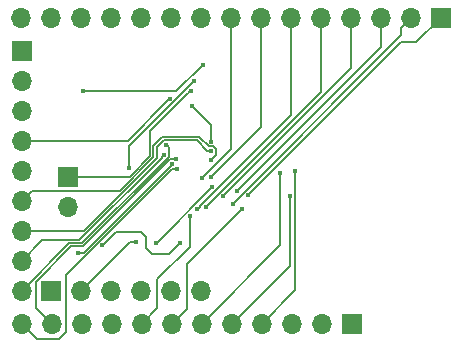
<source format=gbl>
G04 #@! TF.GenerationSoftware,KiCad,Pcbnew,5.0.1-33cea8e~68~ubuntu14.04.1*
G04 #@! TF.CreationDate,2018-11-10T00:36:54-08:00*
G04 #@! TF.ProjectId,sram-addon,7372616D2D6164646F6E2E6B69636164,rev?*
G04 #@! TF.SameCoordinates,Original*
G04 #@! TF.FileFunction,Copper,L2,Bot,Signal*
G04 #@! TF.FilePolarity,Positive*
%FSLAX46Y46*%
G04 Gerber Fmt 4.6, Leading zero omitted, Abs format (unit mm)*
G04 Created by KiCad (PCBNEW 5.0.1-33cea8e~68~ubuntu14.04.1) date Sat 10 Nov 2018 12:36:54 AM PST*
%MOMM*%
%LPD*%
G01*
G04 APERTURE LIST*
G04 #@! TA.AperFunction,ComponentPad*
%ADD10R,1.700000X1.700000*%
G04 #@! TD*
G04 #@! TA.AperFunction,ComponentPad*
%ADD11O,1.700000X1.700000*%
G04 #@! TD*
G04 #@! TA.AperFunction,ViaPad*
%ADD12C,0.400000*%
G04 #@! TD*
G04 #@! TA.AperFunction,Conductor*
%ADD13C,0.127000*%
G04 #@! TD*
G04 APERTURE END LIST*
D10*
G04 #@! TO.P,J7,1*
G04 #@! TO.N,d15*
X109350000Y-78000000D03*
D11*
G04 #@! TO.P,J7,2*
G04 #@! TO.N,d16*
X109350000Y-80540000D03*
G04 #@! TO.P,J7,3*
X109350000Y-83080000D03*
G04 #@! TO.P,J7,4*
G04 #@! TO.N,a17*
X109350000Y-85620000D03*
G04 #@! TO.P,J7,5*
G04 #@! TO.N,a16*
X109350000Y-88160000D03*
G04 #@! TO.P,J7,6*
G04 #@! TO.N,a15*
X109350000Y-90700000D03*
G04 #@! TO.P,J7,7*
G04 #@! TO.N,a14*
X109350000Y-93240000D03*
G04 #@! TO.P,J7,8*
G04 #@! TO.N,a13*
X109350000Y-95780000D03*
G04 #@! TO.P,J7,9*
G04 #@! TO.N,a12*
X109350000Y-98320000D03*
G04 #@! TD*
D10*
G04 #@! TO.P,J12,1*
G04 #@! TO.N,d0*
X144860000Y-75200000D03*
D11*
G04 #@! TO.P,J12,2*
G04 #@! TO.N,d1*
X142320000Y-75200000D03*
G04 #@! TO.P,J12,3*
G04 #@! TO.N,d2*
X139780000Y-75200000D03*
G04 #@! TO.P,J12,4*
G04 #@! TO.N,d3*
X137240000Y-75200000D03*
G04 #@! TO.P,J12,5*
G04 #@! TO.N,d4*
X134700000Y-75200000D03*
G04 #@! TO.P,J12,6*
G04 #@! TO.N,d5*
X132160000Y-75200000D03*
G04 #@! TO.P,J12,7*
G04 #@! TO.N,d6*
X129620000Y-75200000D03*
G04 #@! TO.P,J12,8*
G04 #@! TO.N,d7*
X127080000Y-75200000D03*
G04 #@! TO.P,J12,9*
G04 #@! TO.N,d8*
X124540000Y-75200000D03*
G04 #@! TO.P,J12,10*
G04 #@! TO.N,d9*
X122000000Y-75200000D03*
G04 #@! TO.P,J12,11*
G04 #@! TO.N,d10*
X119460000Y-75200000D03*
G04 #@! TO.P,J12,12*
G04 #@! TO.N,d11*
X116920000Y-75200000D03*
G04 #@! TO.P,J12,13*
G04 #@! TO.N,d12*
X114380000Y-75200000D03*
G04 #@! TO.P,J12,14*
G04 #@! TO.N,d13*
X111840000Y-75200000D03*
G04 #@! TO.P,J12,15*
G04 #@! TO.N,d14*
X109300000Y-75200000D03*
G04 #@! TD*
D10*
G04 #@! TO.P,J10,1*
G04 #@! TO.N,a0*
X137290000Y-101100000D03*
D11*
G04 #@! TO.P,J10,2*
G04 #@! TO.N,a1*
X134750000Y-101100000D03*
G04 #@! TO.P,J10,3*
G04 #@! TO.N,a2*
X132210000Y-101100000D03*
G04 #@! TO.P,J10,4*
G04 #@! TO.N,a3*
X129670000Y-101100000D03*
G04 #@! TO.P,J10,5*
G04 #@! TO.N,a4*
X127130000Y-101100000D03*
G04 #@! TO.P,J10,6*
G04 #@! TO.N,a5*
X124590000Y-101100000D03*
G04 #@! TO.P,J10,7*
G04 #@! TO.N,a6*
X122050000Y-101100000D03*
G04 #@! TO.P,J10,8*
G04 #@! TO.N,a7*
X119510000Y-101100000D03*
G04 #@! TO.P,J10,9*
G04 #@! TO.N,a8*
X116970000Y-101100000D03*
G04 #@! TO.P,J10,10*
G04 #@! TO.N,a9*
X114430000Y-101100000D03*
G04 #@! TO.P,J10,11*
G04 #@! TO.N,a10*
X111890000Y-101100000D03*
G04 #@! TO.P,J10,12*
G04 #@! TO.N,a11*
X109350000Y-101100000D03*
G04 #@! TD*
D10*
G04 #@! TO.P,J8,1*
G04 #@! TO.N,vccC*
X111870000Y-98300000D03*
D11*
G04 #@! TO.P,J8,2*
G04 #@! TO.N,GND*
X114410000Y-98300000D03*
G04 #@! TO.P,J8,3*
G04 #@! TO.N,008.17*
X116950000Y-98300000D03*
G04 #@! TO.P,J8,4*
G04 #@! TO.N,008.5*
X119490000Y-98300000D03*
G04 #@! TO.P,J8,5*
G04 #@! TO.N,008.3*
X122030000Y-98300000D03*
G04 #@! TO.P,J8,6*
G04 #@! TO.N,008.1*
X124570000Y-98300000D03*
G04 #@! TD*
D10*
G04 #@! TO.P,J1,1*
G04 #@! TO.N,CE2*
X113284000Y-88646000D03*
D11*
G04 #@! TO.P,J1,2*
G04 #@! TO.N,vccC*
X113284000Y-91186000D03*
G04 #@! TD*
D12*
G04 #@! TO.N,GND*
X119067580Y-94208600D03*
X124689143Y-79206817D03*
X114556540Y-81440008D03*
G04 #@! TO.N,a17*
X121897140Y-82042002D03*
G04 #@! TO.N,a16*
X114112040Y-95089980D03*
X122072277Y-87622277D03*
G04 #@! TO.N,a15*
X125355820Y-87258442D03*
G04 #@! TO.N,a14*
X125367000Y-86474019D03*
G04 #@! TO.N,a13*
X121397039Y-86808083D03*
G04 #@! TO.N,a12*
X121599543Y-85964792D03*
G04 #@! TO.N,a11*
X122509280Y-88031320D03*
G04 #@! TO.N,a10*
X122387040Y-87199588D03*
G04 #@! TO.N,a7*
X123609643Y-91976483D03*
G04 #@! TO.N,a6*
X128018540Y-91358720D03*
G04 #@! TO.N,a5*
X131244340Y-88318340D03*
G04 #@! TO.N,a4*
X132046980Y-90309702D03*
G04 #@! TO.N,a3*
X132509260Y-88140540D03*
G04 #@! TO.N,d0*
X128546133Y-90192133D03*
G04 #@! TO.N,d1*
X127215900Y-90932000D03*
G04 #@! TO.N,d2*
X127625490Y-89836073D03*
G04 #@! TO.N,d3*
X126402803Y-90334803D03*
G04 #@! TO.N,d4*
X124968000Y-91186000D03*
G04 #@! TO.N,d5*
X124214596Y-91399238D03*
G04 #@! TO.N,d6*
X125385989Y-88687405D03*
G04 #@! TO.N,d7*
X124599023Y-88765798D03*
G04 #@! TO.N,d13*
X125375754Y-85680975D03*
X123804423Y-82697577D03*
G04 #@! TO.N,vss*
X120701000Y-94234000D03*
X125460217Y-89575097D03*
X118404640Y-87894158D03*
X123918881Y-80551617D03*
G04 #@! TO.N,CE2*
X122748040Y-94315280D03*
X116192895Y-94480380D03*
X123648555Y-81411500D03*
G04 #@! TD*
D13*
G04 #@! TO.N,GND*
X118501400Y-94208600D02*
X114410000Y-98300000D01*
X119067580Y-94208600D02*
X118501400Y-94208600D01*
X124689143Y-79206817D02*
X122455952Y-81440008D01*
X114839382Y-81440008D02*
X114556540Y-81440008D01*
X122455952Y-81440008D02*
X114839382Y-81440008D01*
G04 #@! TO.N,a17*
X121697141Y-82242001D02*
X121897140Y-82042002D01*
X118319142Y-85620000D02*
X121697141Y-82242001D01*
X109350000Y-85620000D02*
X118319142Y-85620000D01*
G04 #@! TO.N,a16*
X114604574Y-95089980D02*
X121872278Y-87822276D01*
X121872278Y-87822276D02*
X122072277Y-87622277D01*
X114112040Y-95089980D02*
X114604574Y-95089980D01*
G04 #@! TO.N,a15*
X125555819Y-87058443D02*
X125355820Y-87258442D01*
X109350000Y-90700000D02*
X110199999Y-89850001D01*
X125778260Y-86288880D02*
X125778260Y-86836002D01*
X110199999Y-89850001D02*
X117637428Y-89850001D01*
X117637428Y-89850001D02*
X120507771Y-86979658D01*
X120507771Y-86979658D02*
X120507771Y-86029880D01*
X120507771Y-86029880D02*
X121239371Y-85298280D01*
X125778260Y-86836002D02*
X125555819Y-87058443D01*
X121239371Y-85298280D02*
X124390849Y-85298280D01*
X124390849Y-85298280D02*
X125171806Y-86079237D01*
X125568617Y-86079237D02*
X125778260Y-86288880D01*
X125171806Y-86079237D02*
X125568617Y-86079237D01*
G04 #@! TO.N,a14*
X125084158Y-86474019D02*
X125367000Y-86474019D01*
X120807480Y-87039174D02*
X120807480Y-86178911D01*
X120807480Y-86178911D02*
X121412101Y-85574290D01*
X124184429Y-85574290D02*
X125084158Y-86474019D01*
X109350000Y-93240000D02*
X114606654Y-93240000D01*
X114606654Y-93240000D02*
X120807480Y-87039174D01*
X121412101Y-85574290D02*
X124184429Y-85574290D01*
G04 #@! TO.N,a13*
X109350000Y-95780000D02*
X111070623Y-94059377D01*
X114179007Y-94059377D02*
X121197040Y-87041344D01*
X121197040Y-87041344D02*
X121197040Y-87008082D01*
X111070623Y-94059377D02*
X114179007Y-94059377D01*
X121197040Y-87008082D02*
X121397039Y-86808083D01*
G04 #@! TO.N,a12*
X114443999Y-94313388D02*
X121799542Y-86957845D01*
X121799542Y-86957845D02*
X121799542Y-86164791D01*
X113356612Y-94313388D02*
X114443999Y-94313388D01*
X109350000Y-98320000D02*
X113356612Y-94313388D01*
X121799542Y-86164791D02*
X121599543Y-85964792D01*
G04 #@! TO.N,a11*
X122109598Y-88011000D02*
X122488960Y-88011000D01*
X109350000Y-101100000D02*
X110647560Y-102397560D01*
X110647560Y-102397560D02*
X112501680Y-102397560D01*
X122488960Y-88011000D02*
X122509280Y-88031320D01*
X113129060Y-96991538D02*
X122109598Y-88011000D01*
X112501680Y-102397560D02*
X113129060Y-101770180D01*
X113129060Y-101770180D02*
X113129060Y-96991538D01*
G04 #@! TO.N,a10*
X110548420Y-99758420D02*
X110548420Y-97578678D01*
X111890000Y-101100000D02*
X110548420Y-99758420D01*
X113559699Y-94567399D02*
X114549213Y-94567399D01*
X114549213Y-94567399D02*
X121917024Y-87199588D01*
X110548420Y-97578678D02*
X113559699Y-94567399D01*
X121917024Y-87199588D02*
X122104198Y-87199588D01*
X122104198Y-87199588D02*
X122387040Y-87199588D01*
G04 #@! TO.N,a7*
X123609643Y-92259325D02*
X123609643Y-91976483D01*
X123609643Y-94576357D02*
X123609643Y-92259325D01*
X120835420Y-97350580D02*
X123609643Y-94576357D01*
X120835420Y-99774580D02*
X120835420Y-97350580D01*
X119510000Y-101100000D02*
X120835420Y-99774580D01*
G04 #@! TO.N,a6*
X127818541Y-91558719D02*
X128018540Y-91358720D01*
X123319540Y-96057720D02*
X127818541Y-91558719D01*
X123319540Y-99830460D02*
X123319540Y-96057720D01*
X122050000Y-101100000D02*
X123319540Y-99830460D01*
G04 #@! TO.N,a5*
X131244340Y-94445660D02*
X131244340Y-88601182D01*
X124590000Y-101100000D02*
X131244340Y-94445660D01*
X131244340Y-88601182D02*
X131244340Y-88318340D01*
G04 #@! TO.N,a4*
X132046980Y-96183020D02*
X132046980Y-90592544D01*
X132046980Y-90592544D02*
X132046980Y-90309702D01*
X127130000Y-101100000D02*
X132046980Y-96183020D01*
G04 #@! TO.N,a3*
X132509260Y-98260740D02*
X132509260Y-88423382D01*
X129670000Y-101100000D02*
X132509260Y-98260740D01*
X132509260Y-88423382D02*
X132509260Y-88140540D01*
G04 #@! TO.N,d0*
X128546133Y-90173267D02*
X141432280Y-77287120D01*
X141432280Y-77287120D02*
X141795880Y-77287120D01*
X144847820Y-75200000D02*
X144860000Y-75200000D01*
X141795880Y-77287120D02*
X141798420Y-77289660D01*
X141798420Y-77289660D02*
X142758160Y-77289660D01*
X142758160Y-77289660D02*
X144847820Y-75200000D01*
X128546133Y-90192133D02*
X128546133Y-90173267D01*
G04 #@! TO.N,d1*
X141470001Y-76049999D02*
X141470001Y-76677899D01*
X142320000Y-75200000D02*
X141470001Y-76049999D01*
X141470001Y-76677899D02*
X127215900Y-90932000D01*
G04 #@! TO.N,d2*
X127825489Y-89636074D02*
X127625490Y-89836073D01*
X139780000Y-75200000D02*
X139780000Y-77681563D01*
X139780000Y-77681563D02*
X127825489Y-89636074D01*
G04 #@! TO.N,d3*
X137240000Y-75200000D02*
X137240000Y-79497606D01*
X137240000Y-79497606D02*
X126602802Y-90134804D01*
X126602802Y-90134804D02*
X126402803Y-90334803D01*
G04 #@! TO.N,d4*
X134700000Y-81485340D02*
X124999340Y-91186000D01*
X124999340Y-91186000D02*
X124968000Y-91186000D01*
X134700000Y-75200000D02*
X134700000Y-81485340D01*
G04 #@! TO.N,d5*
X124414595Y-91183143D02*
X124414595Y-91199239D01*
X132160000Y-83437738D02*
X124414595Y-91183143D01*
X124414595Y-91199239D02*
X124214596Y-91399238D01*
X132160000Y-75200000D02*
X132160000Y-83437738D01*
G04 #@! TO.N,d6*
X129620000Y-84453394D02*
X125585988Y-88487406D01*
X125585988Y-88487406D02*
X125385989Y-88687405D01*
X129620000Y-75200000D02*
X129620000Y-84453394D01*
G04 #@! TO.N,d7*
X127080000Y-75200000D02*
X127076200Y-75203800D01*
X127076200Y-75203800D02*
X127076200Y-86288621D01*
X127076200Y-86288621D02*
X124799022Y-88565799D01*
X124799022Y-88565799D02*
X124599023Y-88765798D01*
G04 #@! TO.N,d13*
X124004422Y-82897576D02*
X123804423Y-82697577D01*
X125375754Y-84268908D02*
X124004422Y-82897576D01*
X125375754Y-85680975D02*
X125375754Y-84268908D01*
G04 #@! TO.N,vss*
X120701000Y-94234000D02*
X120701000Y-94234000D01*
X120799860Y-94234000D02*
X125458763Y-89575097D01*
X125458763Y-89575097D02*
X125460217Y-89575097D01*
X120701000Y-94234000D02*
X120799860Y-94234000D01*
X123918881Y-80573773D02*
X123918881Y-80551617D01*
X118404640Y-86088014D02*
X123918881Y-80573773D01*
X118404640Y-87894158D02*
X118404640Y-86088014D01*
G04 #@! TO.N,CE2*
X122748040Y-94315280D02*
X121818400Y-95244920D01*
X120393460Y-95244920D02*
X119880380Y-94731840D01*
X121818400Y-95244920D02*
X120393460Y-95244920D01*
X119468900Y-93355160D02*
X117318115Y-93355160D01*
X117318115Y-93355160D02*
X116392894Y-94280381D01*
X116392894Y-94280381D02*
X116192895Y-94480380D01*
X119880380Y-94731840D02*
X119880380Y-93766640D01*
X119880380Y-93766640D02*
X119468900Y-93355160D01*
X120253760Y-84806295D02*
X123448556Y-81611499D01*
X120253760Y-86874444D02*
X120253760Y-84806295D01*
X123448556Y-81611499D02*
X123648555Y-81411500D01*
X118482204Y-88646000D02*
X120253760Y-86874444D01*
X113284000Y-88646000D02*
X118482204Y-88646000D01*
G04 #@! TD*
M02*

</source>
